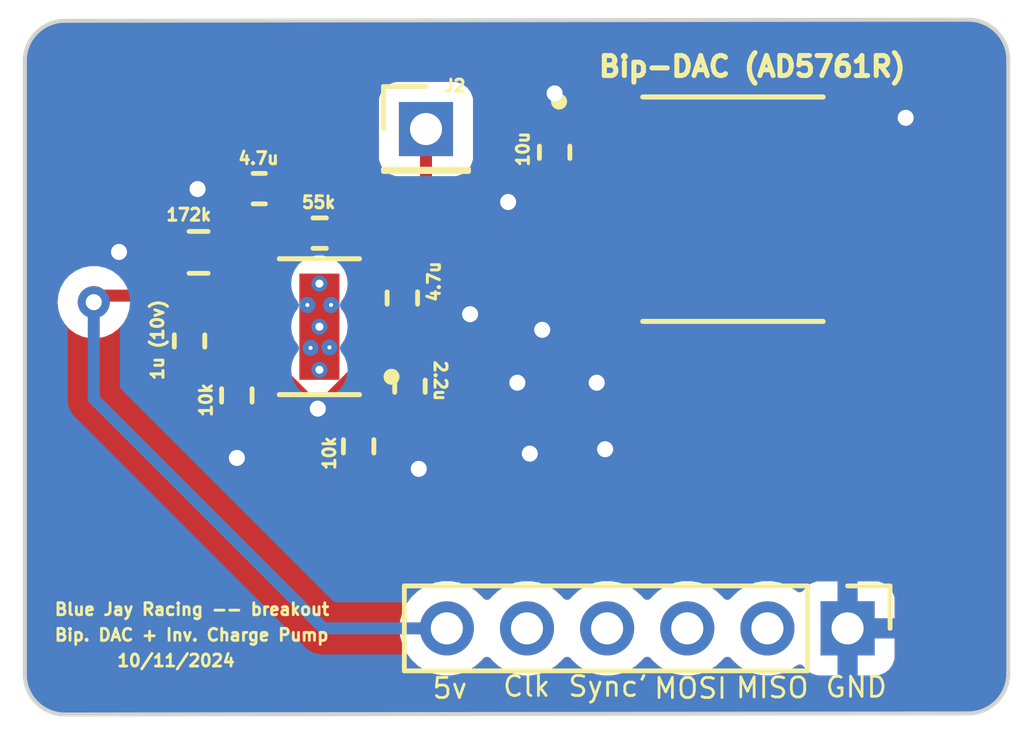
<source format=kicad_pcb>
(kicad_pcb (version 20221018) (generator pcbnew)
  (layers (0 "F.Cu" signal) (31 "B.Cu" signal) (34 "B.Paste" user) (35 "F.Paste" user) (36 "B.SilkS" user "B.Silkscreen") (37 "F.SilkS" user "F.Silkscreen") (38 "B.Mask" user) (39 "F.Mask" user) (44 "Edge.Cuts" user))
  (net 0 "")
  (net 4 "Net-(IC1-VREFIN{slash}VREFOUT)")
  (net 5 "GND")
  (net 6 "-5v")
  (net 7 "Net-(IC1-VOUT)")
  (net 8 "Vin")
  (net 10 "MISO")
  (net 12 "MOSI")
  (net 13 "Sync'")
  (net 14 "Sclk")
  (net 15 "Net-(PS1-CP)")
  (net 16 "Net-(PS1-C1+)")
  (net 17 "Net-(PS1-C1-)")
  (net 18 "Net-(PS1-FB+)")
  (net 19 "Net-(PS1-FB-)")
  (net 20 "Net-(PS1-OUT+)")
  (footprint "Resistor_SMD:R_0402_1005Metric" (layer "F.Cu") (at 117.74 78.2875 180)
    (fp_text reference "4.7u" (at 0.02 0.7575) (layer "F.SilkS") (effects (font (size 0.3 0.3) (thickness 0.075))))
    (fp_text value "4.7u" hide)
    (fp_line (start -0.153641 -0.38) (end 0.153641 -0.38) (stroke (width 0.12)) (layer "F.SilkS"))
    (fp_line (start -0.153641 0.38) (end 0.153641 0.38) (stroke (width 0.12)) (layer "F.SilkS"))
    (pad "1" smd roundrect (at -0.51 0 180) (size 0.54 0.64) (layers "F.Cu" "F.Paste" "F.Mask") (net 6 "-5v"))
    (pad "2" smd roundrect (at 0.51 0 180) (size 0.54 0.64) (layers "F.Cu" "F.Paste" "F.Mask") (net 5 "GND"))
  )
  (footprint "Resistor_SMD:R_0402_1005Metric" (layer "F.Cu") (at 116 82.0875 90)
    (fp_text reference "1u (10v)" (at 0.0275 -0.8 90) (layer "F.SilkS") (effects (font (size 0.3 0.3) (thickness 0.075))))
    (fp_text value "1u (10V)" hide)
    (fp_line (start -0.153641 -0.38) (end 0.153641 -0.38) (stroke (width 0.12)) (layer "F.SilkS"))
    (fp_line (start -0.153641 0.38) (end 0.153641 0.38) (stroke (width 0.12)) (layer "F.SilkS"))
    (pad "1" smd roundrect (at -0.51 0 90) (size 0.54 0.64) (layers "F.Cu" "F.Paste" "F.Mask") (net 16 "Net-(PS1-C1+)"))
    (pad "2" smd roundrect (at 0.51 0 90) (size 0.54 0.64) (layers "F.Cu" "F.Paste" "F.Mask") (net 17 "Net-(PS1-C1-)"))
  )
  (footprint "Resistor_SMD:R_0402_1005Metric_Pad0.72x0.64mm_HandSolder" (layer "F.Cu") (at 119.2475 79.3975 180)
    (fp_text reference "55k" (at 0.0275 0.7675) (layer "F.SilkS") (effects (font (size 0.3 0.3) (thickness 0.075))))
    (fp_text value "55k" hide)
    (fp_line (start -0.167621 -0.38) (end 0.167621 -0.38) (stroke (width 0.12)) (layer "F.SilkS"))
    (fp_line (start -0.167621 0.38) (end 0.167621 0.38) (stroke (width 0.12)) (layer "F.SilkS"))
    (pad "1" smd roundrect (at -0.5975 0 180) (size 0.715 0.64) (layers "F.Cu" "F.Paste" "F.Mask") (net 6 "-5v"))
    (pad "2" smd roundrect (at 0.5975 0 180) (size 0.715 0.64) (layers "F.Cu" "F.Paste" "F.Mask") (net 19 "Net-(PS1-FB-)"))
  )
  (footprint "Resistor_SMD:R_0402_1005Metric" (layer "F.Cu") (at 121.5 83.2175 90)
    (fp_text reference "C4" hide)
    (fp_text value "2.2u" hide)
    (fp_line (start -0.153641 -0.38) (end 0.153641 -0.38) (stroke (width 0.12)) (layer "F.SilkS"))
    (fp_line (start -0.153641 0.38) (end 0.153641 0.38) (stroke (width 0.12)) (layer "F.SilkS"))
    (pad "1" smd roundrect (at -0.51 0 90) (size 0.54 0.64) (layers "F.Cu" "F.Paste" "F.Mask") (net 5 "GND"))
    (pad "2" smd roundrect (at 0.51 0 90) (size 0.54 0.64) (layers "F.Cu" "F.Paste" "F.Mask") (net 8 "Vin"))
  )
  (footprint "Resistor_SMD:R_0402_1005Metric_Pad0.72x0.64mm_HandSolder" (layer "F.Cu") (at 120.22 84.7175 -90)
    (fp_text reference "R2" hide)
    (fp_text value "10k" hide)
    (fp_line (start -0.167621 -0.38) (end 0.167621 -0.38) (stroke (width 0.12)) (layer "F.SilkS"))
    (fp_line (start -0.167621 0.38) (end 0.167621 0.38) (stroke (width 0.12)) (layer "F.SilkS"))
    (pad "1" smd roundrect (at -0.5975 0 270) (size 0.715 0.64) (layers "F.Cu" "F.Paste" "F.Mask") (net 18 "Net-(PS1-FB+)"))
    (pad "2" smd roundrect (at 0.5975 0 270) (size 0.715 0.64) (layers "F.Cu" "F.Paste" "F.Mask") (net 5 "GND"))
  )
  (footprint "Resistor_SMD:R_0402_1005Metric" (layer "F.Cu") (at 125.11 77.38 -90)
    (fp_text reference "C1" hide)
    (fp_text value "10u" hide)
    (fp_line (start -0.153641 -0.38) (end 0.153641 -0.38) (stroke (width 0.12)) (layer "F.SilkS"))
    (fp_line (start -0.153641 0.38) (end 0.153641 0.38) (stroke (width 0.12)) (layer "F.SilkS"))
    (pad "1" smd roundrect (at -0.51 0 270) (size 0.54 0.64) (layers "F.Cu" "F.Paste" "F.Mask") (net 5 "GND"))
    (pad "2" smd roundrect (at 0.51 0 270) (size 0.54 0.64) (layers "F.Cu" "F.Paste" "F.Mask") (net 4 "Net-(IC1-VREFIN{slash}VREFOUT)"))
  )
  (footprint "Resistor_SMD:R_0603_1608Metric" (layer "F.Cu") (at 116.225 79.8775 180)
    (fp_text reference "R5" hide)
    (fp_text value "172k" hide)
    (fp_line (start -0.237258 -0.5225) (end 0.237258 -0.5225) (stroke (width 0.12)) (layer "F.SilkS"))
    (fp_line (start -0.237258 0.5225) (end 0.237258 0.5225) (stroke (width 0.12)) (layer "F.SilkS"))
    (pad "1" smd roundrect (at -0.825 0 180) (size 0.8 0.95) (layers "F.Cu" "F.Paste" "F.Mask") (net 19 "Net-(PS1-FB-)"))
    (pad "2" smd roundrect (at 0.825 0 180) (size 0.8 0.95) (layers "F.Cu" "F.Paste" "F.Mask") (net 5 "GND"))
  )
  (footprint "21xt_footprints:AD5721" (layer "F.Cu") (at 129.56 78.8)
    (fp_text reference "Bip-DAC (AD5761R)" (at 0.48 -3.56) (layer "F.SilkS") (effects (font (size 0.5 0.5) (thickness 0.125))))
    (fp_text value "AD5721RBRUZ" hide)
    (fp_line (start -2.25 -2.8) (end 2.25 -2.8) (stroke (width 0.127)) (layer "F.SilkS"))
    (fp_line (start -2.25 2.8) (end 2.25 2.8) (stroke (width 0.127)) (layer "F.SilkS"))
    (fp_circle (center -4.34 -2.685) (end -4.24 -2.685) (stroke (width 0.2)) (fill none) (layer "F.SilkS"))
    (pad "1" smd roundrect (at -2.87 -2.275) (size 1.47 0.41) (layers "F.Cu" "F.Paste" "F.Mask") (roundrect_rratio 0.125))
    (pad "2" smd roundrect (at -2.87 -1.625) (size 1.47 0.41) (layers "F.Cu" "F.Paste" "F.Mask") (roundrect_rratio 0.125))
    (pad "3" smd roundrect (at -2.87 -0.975) (size 1.47 0.41) (layers "F.Cu" "F.Paste" "F.Mask") (roundrect_rratio 0.125))
    (pad "4" smd roundrect (at -2.87 -0.325) (size 1.47 0.41) (layers "F.Cu" "F.Paste" "F.Mask") (roundrect_rratio 0.125) (net 4 "Net-(IC1-VREFIN{slash}VREFOUT)"))
    (pad "5" smd roundrect (at -2.87 0.325) (size 1.47 0.41) (layers "F.Cu" "F.Paste" "F.Mask") (roundrect_rratio 0.125) (net 5 "GND"))
    (pad "6" smd roundrect (at -2.87 0.975) (size 1.47 0.41) (layers "F.Cu" "F.Paste" "F.Mask") (roundrect_rratio 0.125) (net 6 "-5v"))
    (pad "7" smd roundrect (at -2.87 1.625) (size 1.47 0.41) (layers "F.Cu" "F.Paste" "F.Mask") (roundrect_rratio 0.125) (net 7 "Net-(IC1-VOUT)"))
    (pad "8" smd roundrect (at -2.87 2.275) (size 1.47 0.41) (layers "F.Cu" "F.Paste" "F.Mask") (roundrect_rratio 0.125) (net 8 "Vin"))
    (pad "9" smd roundrect (at 2.87 2.275) (size 1.47 0.41) (layers "F.Cu" "F.Paste" "F.Mask") (roundrect_rratio 0.125))
    (pad "10" smd roundrect (at 2.87 1.625) (size 1.47 0.41) (layers "F.Cu" "F.Paste" "F.Mask") (roundrect_rratio 0.125) (net 10 "MISO"))
    (pad "11" smd roundrect (at 2.87 0.975) (size 1.47 0.41) (layers "F.Cu" "F.Paste" "F.Mask") (roundrect_rratio 0.125))
    (pad "12" smd roundrect (at 2.87 0.325) (size 1.47 0.41) (layers "F.Cu" "F.Paste" "F.Mask") (roundrect_rratio 0.125) (net 12 "MOSI"))
    (pad "13" smd roundrect (at 2.87 -0.325) (size 1.47 0.41) (layers "F.Cu" "F.Paste" "F.Mask") (roundrect_rratio 0.125) (net 13 "Sync'"))
    (pad "14" smd roundrect (at 2.87 -0.975) (size 1.47 0.41) (layers "F.Cu" "F.Paste" "F.Mask") (roundrect_rratio 0.125) (net 14 "Sclk"))
    (pad "15" smd roundrect (at 2.87 -1.625) (size 1.47 0.41) (layers "F.Cu" "F.Paste" "F.Mask") (roundrect_rratio 0.125) (net 8 "Vin"))
    (pad "16" smd roundrect (at 2.87 -2.275) (size 1.47 0.41) (layers "F.Cu" "F.Paste" "F.Mask") (roundrect_rratio 0.125) (net 5 "GND"))
  )
  (footprint "Connector_PinHeader_2.00mm:PinHeader_1x01_P2.00mm_Vertical" (layer "F.Cu") (at 121.9 76.8)
    (fp_text reference "J2" (at 0.72 -1.08) (layer "F.SilkS") (effects (font (size 0.3 0.3) (thickness 0.075))))
    (fp_text value "Conn_01x01" hide)
    (fp_line (start -1.06 -1.06) (end 0 -1.06) (stroke (width 0.12)) (layer "F.SilkS"))
    (fp_line (start -1.06 0) (end -1.06 -1.06) (stroke (width 0.12)) (layer "F.SilkS"))
    (fp_line (start -1.06 1) (end -1.06 1.06) (stroke (width 0.12)) (layer "F.SilkS"))
    (fp_line (start -1.06 1) (end 1.06 1) (stroke (width 0.12)) (layer "F.SilkS"))
    (fp_line (start -1.06 1.06) (end 1.06 1.06) (stroke (width 0.12)) (layer "F.SilkS"))
    (fp_line (start 1.06 1) (end 1.06 1.06) (stroke (width 0.12)) (layer "F.SilkS"))
    (pad "1" thru_hole rect (at 0 0) (size 1.35 1.35) (drill 0.8) (layers "*.Cu" "*.Mask") (net 6 "-5v"))
  )
  (footprint "Connector_PinHeader_2.00mm:PinHeader_1x06_P2.00mm_Vertical" (layer "F.Cu") (at 132.42 89.26 -90)
    (fp_text reference "J1" hide)
    (fp_text value "Conn_01x06" hide)
    (fp_line (start -1.06 -1.06) (end 0 -1.06) (stroke (width 0.12)) (layer "F.SilkS"))
    (fp_line (start -1.06 0) (end -1.06 -1.06) (stroke (width 0.12)) (layer "F.SilkS"))
    (fp_line (start -1.06 1) (end -1.06 11.06) (stroke (width 0.12)) (layer "F.SilkS"))
    (fp_line (start -1.06 1) (end 1.06 1) (stroke (width 0.12)) (layer "F.SilkS"))
    (fp_line (start -1.06 11.06) (end 1.06 11.06) (stroke (width 0.12)) (layer "F.SilkS"))
    (fp_line (start 1.06 1) (end 1.06 11.06) (stroke (width 0.12)) (layer "F.SilkS"))
    (pad "1" thru_hole rect (at 0 0 270) (size 1.35 1.35) (drill 0.8) (layers "*.Cu" "*.Mask") (net 5 "GND"))
    (pad "2" thru_hole oval (at 0 2 270) (size 1.35 1.35) (drill 0.8) (layers "*.Cu" "*.Mask") (net 10 "MISO"))
    (pad "3" thru_hole oval (at 0 4 270) (size 1.35 1.35) (drill 0.8) (layers "*.Cu" "*.Mask") (net 12 "MOSI"))
    (pad "4" thru_hole oval (at 0 6 270) (size 1.35 1.35) (drill 0.8) (layers "*.Cu" "*.Mask") (net 13 "Sync'"))
    (pad "5" thru_hole oval (at 0 8 270) (size 1.35 1.35) (drill 0.8) (layers "*.Cu" "*.Mask") (net 14 "Sclk"))
    (pad "6" thru_hole oval (at 0 10 270) (size 1.35 1.35) (drill 0.8) (layers "*.Cu" "*.Mask") (net 8 "Vin"))
  )
  (footprint "Resistor_SMD:R_0402_1005Metric_Pad0.72x0.64mm_HandSolder" (layer "F.Cu") (at 117.18 83.4475 -90)
    (fp_text reference "10k" (at 0.1125 0.77 90) (layer "F.SilkS") (effects (font (size 0.3 0.3) (thickness 0.075))))
    (fp_text value "10k" hide)
    (fp_line (start -0.167621 -0.38) (end 0.167621 -0.38) (stroke (width 0.12)) (layer "F.SilkS"))
    (fp_line (start -0.167621 0.38) (end 0.167621 0.38) (stroke (width 0.12)) (layer "F.SilkS"))
    (pad "1" smd roundrect (at -0.5975 0 270) (size 0.715 0.64) (layers "F.Cu" "F.Paste" "F.Mask") (net 20 "Net-(PS1-OUT+)"))
    (pad "2" smd roundrect (at 0.5975 0 270) (size 0.715 0.64) (layers "F.Cu" "F.Paste" "F.Mask") (net 5 "GND"))
  )
  (footprint "Resistor_SMD:R_0402_1005Metric" (layer "F.Cu") (at 121.31 81.0175 -90)
    (fp_text reference "4.7u" (at -0.41 -0.79 90) (layer "F.SilkS") (effects (font (size 0.3 0.3) (thickness 0.075))))
    (fp_text value "4.7u" hide)
    (fp_line (start -0.153641 -0.38) (end 0.153641 -0.38) (stroke (width 0.12)) (layer "F.SilkS"))
    (fp_line (start -0.153641 0.38) (end 0.153641 0.38) (stroke (width 0.12)) (layer "F.SilkS"))
    (pad "1" smd roundrect (at -0.51 0 270) (size 0.54 0.64) (layers "F.Cu" "F.Paste" "F.Mask") (net 15 "Net-(PS1-CP)"))
    (pad "2" smd roundrect (at 0.51 0 270) (size 0.54 0.64) (layers "F.Cu" "F.Paste" "F.Mask") (net 5 "GND"))
  )
  (footprint "21xt_footprints:LM27762DSST" (layer "F.Cu") (at 119.24 81.7325 180)
    (fp_text reference "PS1" hide)
    (fp_text value "LM27762DSSR" hide)
    (fp_line (start -1 -1.695) (end 1 -1.695) (stroke (width 0.127)) (layer "F.SilkS"))
    (fp_line (start -1 1.695) (end 1 1.695) (stroke (width 0.127)) (layer "F.SilkS"))
    (fp_circle (center -1.8 -1.25) (end -1.7 -1.25) (stroke (width 0.2)) (fill none) (layer "F.SilkS"))
    (pad "1" smd roundrect (at -0.95 -1.25 180) (size 0.5 0.25) (layers "F.Cu" "F.Paste" "F.Mask") (roundrect_rratio 0.2) (net 5 "GND"))
    (pad "2" smd roundrect (at -0.95 -0.75 180) (size 0.5 0.25) (layers "F.Cu" "F.Paste" "F.Mask") (roundrect_rratio 0.2) (net 18 "Net-(PS1-FB+)"))
    (pad "3" smd roundrect (at -0.95 -0.25 180) (size 0.5 0.25) (layers "F.Cu" "F.Paste" "F.Mask") (roundrect_rratio 0.2) (net 8 "Vin"))
    (pad "4" smd roundrect (at -0.95 0.25 180) (size 0.5 0.25) (layers "F.Cu" "F.Paste" "F.Mask") (roundrect_rratio 0.2) (net 5 "GND"))
    (pad "5" smd roundrect (at -0.95 0.75 180) (size 0.5 0.25) (layers "F.Cu" "F.Paste" "F.Mask") (roundrect_rratio 0.2) (net 15 "Net-(PS1-CP)"))
    (pad "6" smd roundrect (at -0.95 1.25 180) (size 0.5 0.25) (layers "F.Cu" "F.Paste" "F.Mask") (roundrect_rratio 0.2) (net 6 "-5v"))
    (pad "7" smd roundrect (at 0.95 1.25 180) (size 0.5 0.25) (layers "F.Cu" "F.Paste" "F.Mask") (roundrect_rratio 0.2) (net 19 "Net-(PS1-FB-)"))
    (pad "8" smd roundrect (at 0.95 0.75 180) (size 0.5 0.25) (layers "F.Cu" "F.Paste" "F.Mask") (roundrect_rratio 0.2) (net 8 "Vin"))
    (pad "9" smd roundrect (at 0.95 0.25 180) (size 0.5 0.25) (layers "F.Cu" "F.Paste" "F.Mask") (roundrect_rratio 0.2) (net 17 "Net-(PS1-C1-)"))
    (pad "10" smd roundrect (at 0.95 -0.25 180) (size 0.5 0.25) (layers "F.Cu" "F.Paste" "F.Mask") (roundrect_rratio 0.2) (net 16 "Net-(PS1-C1+)"))
    (pad "11" smd roundrect (at 0.95 -0.75 180) (size 0.5 0.25) (layers "F.Cu" "F.Paste" "F.Mask") (roundrect_rratio 0.2) (net 20 "Net-(PS1-OUT+)"))
    (pad "12" smd roundrect (at 0.95 -1.25 180) (size 0.5 0.25) (layers "F.Cu" "F.Paste" "F.Mask") (roundrect_rratio 0.2) (net 5 "GND"))
    (pad "13" smd rect (at 0 0 180) (size 1 2.65) (layers "F.Cu" "F.Mask") (net 5 "GND"))
    (pad "14" thru_hole circle (at 0 -1.075 180) (size 0.4 0.4) (drill 0.2) (layers "*.Cu"))
    (pad "15" thru_hole circle (at 0 0 180) (size 0.4 0.4) (drill 0.2) (layers "*.Cu"))
    (pad "16" thru_hole circle (at 0 1.075 180) (size 0.4 0.4) (drill 0.2) (layers "*.Cu"))
  )
  (gr_line (start 135.431222 91.381221) (end 112.891222 91.408776) (stroke (width 0.1)) (layer "Edge.Cuts"))
  (gr_line (start 135.428778 74.071224) (end 112.888778 74.098779) (stroke (width 0.1)) (layer "Edge.Cuts"))
  (gr_arc (start 111.89 75.098778) (mid 112.182461 74.392103) (end 112.888778 74.098779) (stroke (width 0.1)) (layer "Edge.Cuts"))
  (gr_arc (start 112.891222 91.408776) (mid 112.183334 91.116314) (end 111.89 90.408777) (stroke (width 0.1)) (layer "Edge.Cuts"))
  (gr_line (start 111.89 90.408777) (end 111.89 75.098778) (stroke (width 0.1)) (layer "Edge.Cuts"))
  (gr_arc (start 136.43 90.381222) (mid 136.137539 91.087897) (end 135.431222 91.381221) (stroke (width 0.1)) (layer "Edge.Cuts"))
  (gr_arc (start 135.428778 74.071224) (mid 136.136674 74.363684) (end 136.43 75.071223) (stroke (width 0.1)) (layer "Edge.Cuts"))
  (gr_line (start 136.43 90.381222) (end 136.43 75.071223) (stroke (width 0.1)) (layer "Edge.Cuts"))
  (gr_text "GND" (at 131.83 91.02) (layer "F.SilkS") (effects (font (size 0.5 0.5) (thickness 0.07) bold) (justify left bottom)))
  (gr_text "Bip. DAC + Inv. Charge Pump" (at 112.6 89.6) (layer "F.SilkS") (effects (font (size 0.3 0.3) (thickness 0.07) bold) (justify left bottom)))
  (gr_text "2.2u\n" (at 122.26 83.08 270) (layer "F.SilkS") (effects (font (size 0.3 0.3) (thickness 0.075))))
  (gr_text "Clk\n" (at 123.78 91) (layer "F.SilkS") (effects (font (size 0.5 0.5) (thickness 0.07) bold) (justify left bottom)))
  (gr_text "MOSI\n" (at 127.55 91.05) (layer "F.SilkS") (effects (font (size 0.5 0.5) (thickness 0.07) bold) (justify left bottom)))
  (gr_text "Sync'\n" (at 125.41 91) (layer "F.SilkS") (effects (font (size 0.5 0.5) (thickness 0.07) bold) (justify left bottom)))
  (gr_text "10k" (at 119.49 84.8875 90) (layer "F.SilkS") (effects (font (size 0.3 0.3) (thickness 0.075))))
  (gr_text "5v" (at 122.02 91.05) (layer "F.SilkS") (effects (font (size 0.5 0.5) (thickness 0.07) bold) (justify left bottom)))
  (gr_text "10u" (at 124.32 77.3 90) (layer "F.SilkS") (effects (font (size 0.3 0.3) (thickness 0.075))))
  (gr_text "Blue Jay Racing -- breakout\n" (at 112.6 88.96) (layer "F.SilkS") (effects (font (size 0.3 0.3) (thickness 0.07) bold) (justify left bottom)))
  (gr_text "MISO\n\n" (at 129.59 91.84) (layer "F.SilkS") (effects (font (size 0.5 0.5) (thickness 0.07) bold) (justify left bottom)))
  (gr_text "172k" (at 115.98 78.94) (layer "F.SilkS") (effects (font (size 0.3 0.3) (thickness 0.075))))
  (gr_text "10/11/2024" (at 114.16 90.24) (layer "F.SilkS") (effects (font (size 0.3 0.3) (thickness 0.07) bold) (justify left bottom)))
  (segment (start 126.69 78.475) (end 125.695 78.475) (width 0.4) (layer "F.Cu") (net 4))
  (segment (start 125.695 78.475) (end 125.11 77.89) (width 0.4) (layer "F.Cu") (net 4))
  (segment (start 120.19 81.4825) (end 121.265 81.4825) (width 0.25) (layer "F.Cu") (net 5))
  (segment (start 118.405 82.9825) (end 119.2 83.7775) (width 0.25) (layer "F.Cu") (net 5))
  (segment (start 126.69 79.125) (end 124.455 79.125) (width 0.3) (layer "F.Cu") (net 5))
  (segment (start 133.87 76.52) (end 132.435 76.52) (width 0.4) (layer "F.Cu") (net 5))
  (segment (start 117.23 78.2875) (end 116.21 78.2875) (width 0.3) (layer "F.Cu") (net 5))
  (segment (start 121.72 85.28) (end 121.685 85.315) (width 0.25) (layer "F.Cu") (net 5))
  (segment (start 121.5 85.06) (end 121.5 83.7275) (width 0.25) (layer "F.Cu") (net 5))
  (segment (start 121.685 85.315) (end 120.22 85.315) (width 0.25) (layer "F.Cu") (net 5))
  (segment (start 114.25 79.8775) (end 114.24 79.8675) (width 0.25) (layer "F.Cu") (net 5))
  (segment (start 115.4 79.8775) (end 114.25 79.8775) (width 0.25) (layer "F.Cu") (net 5))
  (segment (start 122.8925 81.5275) (end 123 81.42) (width 0.25) (layer "F.Cu") (net 5))
  (segment (start 132.435 76.52) (end 132.43 76.525) (width 0.4) (layer "F.Cu") (net 5))
  (segment (start 120.19 82.9825) (end 119.995 82.9825) (width 0.25) (layer "F.Cu") (net 5))
  (segment (start 124.455 79.125) (end 123.95 78.62) (width 0.3) (layer "F.Cu") (net 5))
  (segment (start 121.72 85.28) (end 121.5 85.06) (width 0.25) (layer "F.Cu") (net 5))
  (segment (start 118.29 82.9825) (end 118.405 82.9825) (width 0.25) (layer "F.Cu") (net 5))
  (segment (start 121.265 81.4825) (end 121.31 81.5275) (width 0.25) (layer "F.Cu") (net 5))
  (segment (start 116.35 78.1575) (end 116.34 78.1675) (width 0.25) (layer "F.Cu") (net 5))
  (segment (start 119.995 82.9825) (end 119.2 83.7775) (width 0.25) (layer "F.Cu") (net 5))
  (segment (start 121.31 81.5275) (end 122.8925 81.5275) (width 0.25) (layer "F.Cu") (net 5))
  (segment (start 117.18 84.045) (end 117.18 85.0075) (width 0.25) (layer "F.Cu") (net 5))
  (segment (start 116.21 78.2875) (end 116.2 78.2975) (width 0.3) (layer "F.Cu") (net 5))
  (segment (start 125.11 76.87) (end 125.11 75.91) (width 0.4) (layer "F.Cu") (net 5))
  (via (at 126.37 84.79) (size 0.8) (drill 0.4) (layers "F.Cu" "B.Cu") (net 5))
  (via (at 124.18 83.13) (size 0.8) (drill 0.4) (layers "F.Cu" "B.Cu") (net 5))
  (via (at 116.2 78.2975) (size 0.8) (drill 0.4) (layers "F.Cu" "B.Cu") (net 5))
  (via (at 119.2 83.7775) (size 0.8) (drill 0.4) (layers "F.Cu" "B.Cu") (net 5))
  (via (at 118.94 81.19) (size 0.4) (drill 0.1) (layers "F.Cu" "B.Cu") (net 5))
  (via (at 119.53 81.19) (size 0.4) (drill 0.1) (layers "F.Cu" "B.Cu") (net 5))
  (via (at 114.24 79.8675) (size 0.8) (drill 0.4) (layers "F.Cu" "B.Cu") (net 5))
  (via (at 123 81.42) (size 0.8) (drill 0.4) (layers "F.Cu" "B.Cu") (net 5))
  (via (at 133.87 76.52) (size 0.8) (drill 0.4) (layers "F.Cu" "B.Cu") (net 5))
  (via (at 124.49 84.9) (size 0.8) (drill 0.4) (layers "F.Cu" "B.Cu") (net 5))
  (via (at 124.8 81.81) (size 0.8) (drill 0.4) (layers "F.Cu" "B.Cu") (net 5))
  (via (at 119.49 82.25) (size 0.4) (drill 0.1) (layers "F.Cu" "B.Cu") (net 5))
  (via (at 125.11 75.91) (size 0.8) (drill 0.4) (layers "F.Cu" "B.Cu") (net 5))
  (via (at 123.95 78.62) (size 0.8) (drill 0.4) (layers "F.Cu" "B.Cu") (net 5))
  (via (at 121.72 85.28) (size 0.8) (drill 0.4) (layers "F.Cu" "B.Cu") (net 5))
  (via (at 119.02 82.26) (size 0.4) (drill 0.1) (layers "F.Cu" "B.Cu") (net 5))
  (via (at 126.16 83.13) (size 0.8) (drill 0.4) (layers "F.Cu" "B.Cu") (net 5))
  (via (at 117.18 85.0075) (size 0.8) (drill 0.4) (layers "F.Cu" "B.Cu") (net 5))
  (segment (start 123 81.42) (end 123 79.57) (width 0.25) (layer "B.Cu") (net 5))
  (segment (start 123 79.57) (end 123.95 78.62) (width 0.25) (layer "B.Cu") (net 5))
  (segment (start 123.07 79.79) (end 121.9 78.62) (width 0.3) (layer "F.Cu") (net 6))
  (segment (start 123.07 79.79) (end 126.675 79.79) (width 0.3) (layer "F.Cu") (net 6))
  (segment (start 120.8825 79.79) (end 123.07 79.79) (width 0.3) (layer "F.Cu") (net 6))
  (segment (start 121.9 78.62) (end 121.9 76.8) (width 0.3) (layer "F.Cu") (net 6))
  (segment (start 120.19 79.7425) (end 120.19 80.4825) (width 0.25) (layer "F.Cu") (net 6))
  (segment (start 120.19 80.4825) (end 120.8825 79.79) (width 0.3) (layer "F.Cu") (net 6))
  (segment (start 119.845 79.3975) (end 118.735 78.2875) (width 0.25) (layer "F.Cu") (net 6))
  (segment (start 119.845 79.3975) (end 120.19 79.7425) (width 0.25) (layer "F.Cu") (net 6))
  (segment (start 118.735 78.2875) (end 118.25 78.2875) (width 0.25) (layer "F.Cu") (net 6))
  (segment (start 126.675 79.79) (end 126.69 79.775) (width 0.3) (layer "F.Cu") (net 6))
  (segment (start 119.845 79.3975) (end 119.735 79.3975) (width 0.25) (layer "F.Cu") (net 6))
  (segment (start 113.61 81.12) (end 113.7725 80.9575) (width 0.3) (layer "F.Cu") (net 8))
  (segment (start 120.19 81.9825) (end 120.21 82.0025) (width 0.25) (layer "F.Cu") (net 8))
  (segment (start 118.265 80.9575) (end 118.29 80.9825) (width 0.3) (layer "F.Cu") (net 8))
  (segment (start 120.775 81.9825) (end 121.5 82.7075) (width 0.25) (layer "F.Cu") (net 8))
  (segment (start 120.19 81.9825) (end 120.775 81.9825) (width 0.25) (layer "F.Cu") (net 8))
  (segment (start 113.7725 80.9575) (end 118.265 80.9575) (width 0.3) (layer "F.Cu") (net 8))
  (via (at 113.61 81.12) (size 0.8) (drill 0.4) (layers "F.Cu" "B.Cu") (net 8))
  (segment (start 122.42 89.26) (end 119.34 89.26) (width 0.3) (layer "B.Cu") (net 8))
  (segment (start 113.61 83.53) (end 113.61 81.12) (width 0.3) (layer "B.Cu") (net 8))
  (segment (start 119.34 89.26) (end 113.61 83.53) (width 0.3) (layer "B.Cu") (net 8))
  (segment (start 130.42 89.26) (end 130.42 88.948528) (width 0.4) (layer "F.Cu") (net 10))
  (segment (start 130 86.225584) (end 130.01 86.215584) (width 0.4) (layer "F.Cu") (net 10))
  (segment (start 128.42 89.26) (end 128.71 88.97) (width 0.4) (layer "F.Cu") (net 12))
  (segment (start 120.835 80.9825) (end 121.31 80.5075) (width 0.25) (layer "F.Cu") (net 15))
  (segment (start 120.19 80.9825) (end 120.835 80.9825) (width 0.25) (layer "F.Cu") (net 15))
  (segment (start 116 82.5975) (end 116.21 82.5975) (width 0.25) (layer "F.Cu") (net 16))
  (segment (start 116.825 81.9825) (end 118.29 81.9825) (width 0.25) (layer "F.Cu") (net 16))
  (segment (start 116.21 82.5975) (end 116.825 81.9825) (width 0.25) (layer "F.Cu") (net 16))
  (segment (start 118.29 81.4825) (end 116.095 81.4825) (width 0.25) (layer "F.Cu") (net 17))
  (segment (start 116.095 81.4825) (end 116 81.5775) (width 0.25) (layer "F.Cu") (net 17))
  (segment (start 120.19 82.4825) (end 120.625 82.4825) (width 0.25) (layer "F.Cu") (net 18))
  (segment (start 120.625 82.4825) (end 120.85 82.7075) (width 0.25) (layer "F.Cu") (net 18))
  (segment (start 120.85 82.7075) (end 120.85 83.49) (width 0.25) (layer "F.Cu") (net 18))
  (segment (start 120.85 83.49) (end 120.22 84.12) (width 0.25) (layer "F.Cu") (net 18))
  (segment (start 118.65 79.3975) (end 118.29 79.7575) (width 0.25) (layer "F.Cu") (net 19))
  (segment (start 118.29 79.7575) (end 118.29 80.4825) (width 0.25) (layer "F.Cu") (net 19))
  (segment (start 118.29 80.4825) (end 117.655 80.4825) (width 0.25) (layer "F.Cu") (net 19))
  (segment (start 117.655 80.4825) (end 117.05 79.8775) (width 0.25) (layer "F.Cu") (net 19))
  (segment (start 117.5475 82.4825) (end 117.18 82.85) (width 0.25) (layer "F.Cu") (net 20))
  (segment (start 118.29 82.4825) (end 117.5475 82.4825) (width 0.25) (layer "F.Cu") (net 20))
  (zone (net 5) (net_name "GND") (layer "F.Cu") (connect_pads (clearance 0.5)) (min_thickness 0.25) (fill yes (thermal_gap 0.5) (thermal_bridge_width 0.5))
    (polygon (pts (xy 136.8 73.58) (xy 111.43 73.77) (xy 111.27 92.17) (xy 136.83 91.87)))
  )
  (zone (net 5) (net_name "GND") (layer "B.Cu") (priority 1) (connect_pads (clearance 0.5)) (min_thickness 0.25) (fill yes (thermal_gap 0.5) (thermal_bridge_width 0.5))
    (polygon (pts (xy 136.8 73.58) (xy 111.43 73.77) (xy 111.27 92.17) (xy 136.83 91.87)))
  )
)
</source>
